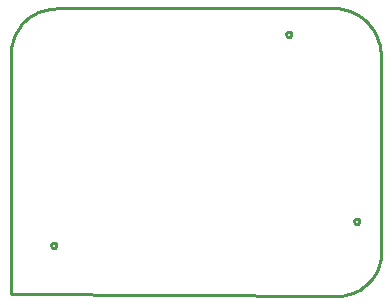
<source format=gbr>
G04 EAGLE Gerber RS-274X export*
G75*
%MOMM*%
%FSLAX34Y34*%
%LPD*%
%IN*%
%IPPOS*%
%AMOC8*
5,1,8,0,0,1.08239X$1,22.5*%
G01*
%ADD10C,0.254000*%


D10*
X0Y0D02*
X276753Y-1588D01*
X280056Y-1342D01*
X283325Y-809D01*
X286535Y7D01*
X289662Y1099D01*
X292682Y2460D01*
X295571Y4079D01*
X298309Y5944D01*
X300873Y8040D01*
X303245Y10352D01*
X305407Y12861D01*
X307341Y15550D01*
X309034Y18397D01*
X310473Y21380D01*
X311645Y24478D01*
X312544Y27666D01*
X313161Y30920D01*
X313492Y34216D01*
X313535Y37527D01*
X313530Y37666D01*
X313398Y200819D01*
X313314Y204367D01*
X312921Y207894D01*
X312222Y211373D01*
X311223Y214778D01*
X309930Y218083D01*
X308355Y221263D01*
X306508Y224293D01*
X304404Y227151D01*
X302060Y229815D01*
X299492Y232264D01*
X296720Y234480D01*
X293766Y236446D01*
X290651Y238147D01*
X287400Y239570D01*
X284038Y240705D01*
X280589Y241542D01*
X277081Y242075D01*
X273822Y242294D01*
X39474Y242047D01*
X36136Y242008D01*
X32814Y241679D01*
X29533Y241062D01*
X26319Y240161D01*
X23196Y238983D01*
X20187Y237538D01*
X17316Y235836D01*
X14603Y233890D01*
X12071Y231715D01*
X9738Y229328D01*
X7622Y226746D01*
X5739Y223990D01*
X4103Y221080D01*
X2727Y218039D01*
X1622Y214890D01*
X795Y211656D01*
X253Y208362D01*
X0Y205033D01*
X0Y0D01*
X237600Y219934D02*
X237544Y219584D01*
X237435Y219248D01*
X237274Y218932D01*
X237066Y218646D01*
X236816Y218395D01*
X236529Y218187D01*
X236213Y218026D01*
X235877Y217917D01*
X235527Y217861D01*
X235173Y217861D01*
X234823Y217917D01*
X234486Y218026D01*
X234171Y218187D01*
X233884Y218395D01*
X233634Y218646D01*
X233425Y218932D01*
X233265Y219248D01*
X233155Y219584D01*
X233100Y219934D01*
X233100Y220288D01*
X233155Y220638D01*
X233265Y220975D01*
X233425Y221291D01*
X233634Y221577D01*
X233884Y221828D01*
X234171Y222036D01*
X234486Y222196D01*
X234823Y222306D01*
X235173Y222361D01*
X235527Y222361D01*
X235877Y222306D01*
X236213Y222196D01*
X236529Y222036D01*
X236816Y221828D01*
X237066Y221577D01*
X237274Y221291D01*
X237435Y220975D01*
X237544Y220638D01*
X237600Y220288D01*
X237600Y219934D01*
X295167Y61623D02*
X295112Y61274D01*
X295003Y60937D01*
X294842Y60621D01*
X294634Y60335D01*
X294383Y60084D01*
X294097Y59876D01*
X293781Y59715D01*
X293444Y59606D01*
X293094Y59551D01*
X292740Y59551D01*
X292391Y59606D01*
X292054Y59715D01*
X291738Y59876D01*
X291452Y60084D01*
X291201Y60335D01*
X290993Y60621D01*
X290832Y60937D01*
X290723Y61274D01*
X290667Y61623D01*
X290667Y61978D01*
X290723Y62327D01*
X290832Y62664D01*
X290993Y62980D01*
X291201Y63266D01*
X291452Y63517D01*
X291738Y63725D01*
X292054Y63886D01*
X292391Y63995D01*
X292740Y64051D01*
X293094Y64051D01*
X293444Y63995D01*
X293781Y63886D01*
X294097Y63725D01*
X294383Y63517D01*
X294634Y63266D01*
X294842Y62980D01*
X295003Y62664D01*
X295112Y62327D01*
X295167Y61978D01*
X295167Y61623D01*
X38653Y41305D02*
X38598Y40956D01*
X38488Y40619D01*
X38327Y40303D01*
X38119Y40017D01*
X37869Y39766D01*
X37582Y39558D01*
X37267Y39397D01*
X36930Y39288D01*
X36580Y39233D01*
X36226Y39233D01*
X35876Y39288D01*
X35539Y39397D01*
X35224Y39558D01*
X34937Y39766D01*
X34687Y40017D01*
X34479Y40303D01*
X34318Y40619D01*
X34208Y40956D01*
X34153Y41305D01*
X34153Y41660D01*
X34208Y42009D01*
X34318Y42346D01*
X34479Y42662D01*
X34687Y42948D01*
X34937Y43199D01*
X35224Y43407D01*
X35539Y43568D01*
X35876Y43677D01*
X36226Y43733D01*
X36580Y43733D01*
X36930Y43677D01*
X37267Y43568D01*
X37582Y43407D01*
X37869Y43199D01*
X38119Y42948D01*
X38327Y42662D01*
X38488Y42346D01*
X38598Y42009D01*
X38653Y41660D01*
X38653Y41305D01*
M02*

</source>
